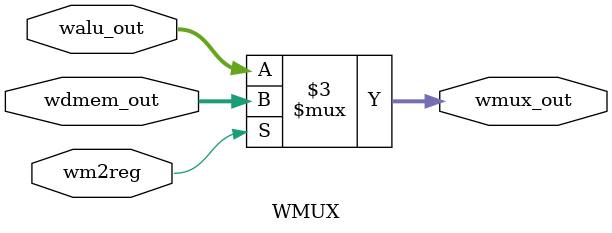
<source format=v>
`timescale 1ns / 1ps


module WMUX(    
    input wire wm2reg,
    input wire [31:0] walu_out,
    input wire [31:0] wdmem_out,
    output reg [31:0] wmux_out);
 
always@(walu_out or wdmem_out or wm2reg)
begin

if (wm2reg)
begin
wmux_out <= wdmem_out;
end
else
begin
wmux_out <= walu_out;
end
end
 
endmodule

</source>
